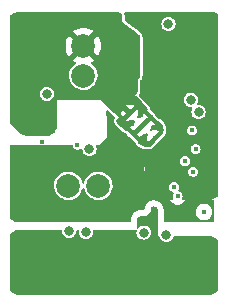
<source format=gbr>
%TF.GenerationSoftware,KiCad,Pcbnew,(6.0.5)*%
%TF.CreationDate,2023-11-29T10:11:24+07:00*%
%TF.ProjectId,lidar,6c696461-722e-46b6-9963-61645f706362,rev?*%
%TF.SameCoordinates,Original*%
%TF.FileFunction,Copper,L2,Inr*%
%TF.FilePolarity,Positive*%
%FSLAX46Y46*%
G04 Gerber Fmt 4.6, Leading zero omitted, Abs format (unit mm)*
G04 Created by KiCad (PCBNEW (6.0.5)) date 2023-11-29 10:11:24*
%MOMM*%
%LPD*%
G01*
G04 APERTURE LIST*
%TA.AperFunction,ComponentPad*%
%ADD10C,0.400000*%
%TD*%
%TA.AperFunction,ComponentPad*%
%ADD11C,2.000000*%
%TD*%
%TA.AperFunction,ViaPad*%
%ADD12C,0.400000*%
%TD*%
%TA.AperFunction,ViaPad*%
%ADD13C,0.800000*%
%TD*%
G04 APERTURE END LIST*
D10*
%TO.N,GND1*%
%TO.C,U1*%
X137275216Y-83724784D03*
X138000000Y-83000000D03*
X138724784Y-82275216D03*
X136921662Y-81921662D03*
X139078338Y-84078338D03*
%TD*%
D11*
%TO.N,GND1*%
%TO.C,D2*%
X133000000Y-76230000D03*
%TO.N,Net-(D2-Pad2)*%
X133000000Y-78770000D03*
%TD*%
%TO.N,/VDD_LED*%
%TO.C,D1*%
X131730000Y-88100000D03*
%TO.N,Net-(D1-PadC)*%
X134270000Y-88100000D03*
%TD*%
D12*
%TO.N,GND1*%
X139000000Y-83100000D03*
X137000000Y-82700000D03*
X137921662Y-84078338D03*
X137856274Y-81891352D03*
%TO.N,GND3*%
X143200000Y-90300000D03*
D13*
X140200000Y-74400000D03*
X140100000Y-93700000D03*
D12*
%TO.N,GND*%
X130600000Y-90900000D03*
D13*
X140200000Y-75600000D03*
D12*
X129400000Y-90400000D03*
X129500000Y-84400000D03*
D13*
X141000000Y-77500000D03*
D12*
X129400000Y-85700000D03*
X139800000Y-89000000D03*
X132600000Y-85700000D03*
D13*
%TO.N,/VDD_LED*%
X140026944Y-92226944D03*
X131800000Y-91900000D03*
D12*
%TO.N,GND2*%
X140979122Y-88979122D03*
D13*
X133513000Y-84979000D03*
%TO.N,/IOVDD_DUT*%
X142750000Y-81850000D03*
D12*
X140674500Y-88200000D03*
%TO.N,/SCL_S*%
X142500000Y-85000000D03*
%TO.N,/SDA_S*%
X132500000Y-84600000D03*
X142200000Y-83400000D03*
D13*
%TO.N,/GP1*%
X138100000Y-92050500D03*
D12*
X142300000Y-86900000D03*
%TO.N,/GP2*%
X141600000Y-86000000D03*
D13*
X133200000Y-92000000D03*
%TO.N,/VSYNC_RST*%
X142100000Y-80800000D03*
X129900000Y-80300000D03*
%TD*%
%TA.AperFunction,Conductor*%
%TO.N,GND*%
G36*
X136150000Y-83450000D02*
G01*
X138150000Y-85450000D01*
X138200000Y-88200000D01*
X138200000Y-88700000D01*
X137900000Y-88900000D01*
X137900000Y-89200000D01*
X137600000Y-89200000D01*
X137000000Y-89600000D01*
X137000000Y-91000000D01*
X136500000Y-91200000D01*
X127604861Y-91200000D01*
X127595157Y-91199523D01*
X127414612Y-91181741D01*
X127395582Y-91177955D01*
X127307828Y-91151336D01*
X127226647Y-91126710D01*
X127208717Y-91119283D01*
X127053031Y-91036067D01*
X127036894Y-91025285D01*
X126981837Y-90980102D01*
X126900427Y-90913290D01*
X126886710Y-90899573D01*
X126822972Y-90821908D01*
X126800500Y-90759103D01*
X126800500Y-88068440D01*
X130524770Y-88068440D01*
X130539200Y-88288604D01*
X130540316Y-88292997D01*
X130540316Y-88292999D01*
X130563873Y-88385754D01*
X130593511Y-88502452D01*
X130685883Y-88702821D01*
X130813222Y-88883002D01*
X130971264Y-89036961D01*
X131154717Y-89159540D01*
X131357436Y-89246635D01*
X131435165Y-89264223D01*
X131568206Y-89294328D01*
X131568211Y-89294329D01*
X131572632Y-89295329D01*
X131682865Y-89299660D01*
X131788565Y-89303813D01*
X131788566Y-89303813D01*
X131793098Y-89303991D01*
X132011452Y-89272331D01*
X132015751Y-89270872D01*
X132015754Y-89270871D01*
X132216078Y-89202870D01*
X132220379Y-89201410D01*
X132291944Y-89161332D01*
X132408925Y-89095819D01*
X132412884Y-89093602D01*
X132582518Y-88952518D01*
X132723602Y-88782884D01*
X132831410Y-88590379D01*
X132902331Y-88381452D01*
X132903763Y-88371575D01*
X132930826Y-88316700D01*
X132984976Y-88288213D01*
X133045528Y-88296995D01*
X133089353Y-88339691D01*
X133097691Y-88361414D01*
X133133511Y-88502452D01*
X133225883Y-88702821D01*
X133353222Y-88883002D01*
X133511264Y-89036961D01*
X133694717Y-89159540D01*
X133897436Y-89246635D01*
X133975165Y-89264223D01*
X134108206Y-89294328D01*
X134108211Y-89294329D01*
X134112632Y-89295329D01*
X134222865Y-89299660D01*
X134328565Y-89303813D01*
X134328566Y-89303813D01*
X134333098Y-89303991D01*
X134551452Y-89272331D01*
X134555751Y-89270872D01*
X134555754Y-89270871D01*
X134756078Y-89202870D01*
X134760379Y-89201410D01*
X134831944Y-89161332D01*
X134948925Y-89095819D01*
X134952884Y-89093602D01*
X135122518Y-88952518D01*
X135263602Y-88782884D01*
X135371410Y-88590379D01*
X135442331Y-88381452D01*
X135455156Y-88292999D01*
X135473571Y-88165997D01*
X135473571Y-88165991D01*
X135473991Y-88163098D01*
X135475643Y-88100000D01*
X135455454Y-87880289D01*
X135395565Y-87667936D01*
X135393557Y-87663864D01*
X135393555Y-87663859D01*
X135299988Y-87474125D01*
X135297980Y-87470053D01*
X135165967Y-87293267D01*
X135003949Y-87143499D01*
X134817350Y-87025764D01*
X134612421Y-86944006D01*
X134396024Y-86900962D01*
X134287347Y-86899539D01*
X134179946Y-86898133D01*
X134179941Y-86898133D01*
X134175406Y-86898074D01*
X134170933Y-86898843D01*
X134170928Y-86898843D01*
X133962435Y-86934668D01*
X133962429Y-86934670D01*
X133957957Y-86935438D01*
X133930176Y-86945687D01*
X133755220Y-87010231D01*
X133755217Y-87010232D01*
X133750957Y-87011804D01*
X133747054Y-87014126D01*
X133747052Y-87014127D01*
X133727492Y-87025764D01*
X133561341Y-87124614D01*
X133557926Y-87127609D01*
X133557923Y-87127611D01*
X133450036Y-87222225D01*
X133395457Y-87270090D01*
X133258863Y-87443360D01*
X133156131Y-87638620D01*
X133154787Y-87642949D01*
X133154786Y-87642952D01*
X133093402Y-87840641D01*
X133058089Y-87890608D01*
X133000151Y-87910276D01*
X132941718Y-87892132D01*
X132903572Y-87838157D01*
X132856798Y-87672308D01*
X132855565Y-87667936D01*
X132853557Y-87663864D01*
X132853555Y-87663859D01*
X132759988Y-87474125D01*
X132757980Y-87470053D01*
X132625967Y-87293267D01*
X132463949Y-87143499D01*
X132277350Y-87025764D01*
X132072421Y-86944006D01*
X131856024Y-86900962D01*
X131747347Y-86899539D01*
X131639946Y-86898133D01*
X131639941Y-86898133D01*
X131635406Y-86898074D01*
X131630933Y-86898843D01*
X131630928Y-86898843D01*
X131422435Y-86934668D01*
X131422429Y-86934670D01*
X131417957Y-86935438D01*
X131390176Y-86945687D01*
X131215220Y-87010231D01*
X131215217Y-87010232D01*
X131210957Y-87011804D01*
X131207054Y-87014126D01*
X131207052Y-87014127D01*
X131187492Y-87025764D01*
X131021341Y-87124614D01*
X131017926Y-87127609D01*
X131017923Y-87127611D01*
X130910036Y-87222225D01*
X130855457Y-87270090D01*
X130718863Y-87443360D01*
X130616131Y-87638620D01*
X130550703Y-87849333D01*
X130550169Y-87853843D01*
X130550169Y-87853844D01*
X130547039Y-87880289D01*
X130524770Y-88068440D01*
X126800500Y-88068440D01*
X126800500Y-84709278D01*
X126819407Y-84651087D01*
X126868907Y-84615123D01*
X126880184Y-84612181D01*
X126902447Y-84607752D01*
X126931860Y-84601902D01*
X126951173Y-84600000D01*
X131989704Y-84600000D01*
X132047895Y-84618907D01*
X132083859Y-84668407D01*
X132087485Y-84683513D01*
X132091566Y-84709278D01*
X132095095Y-84731562D01*
X132098631Y-84738501D01*
X132098631Y-84738502D01*
X132141297Y-84822238D01*
X132155567Y-84850245D01*
X132249755Y-84944433D01*
X132256692Y-84947968D01*
X132256694Y-84947969D01*
X132330224Y-84985434D01*
X132368438Y-85004905D01*
X132376131Y-85006124D01*
X132376133Y-85006124D01*
X132492303Y-85024523D01*
X132500000Y-85025742D01*
X132507697Y-85024523D01*
X132623867Y-85006124D01*
X132623869Y-85006124D01*
X132631562Y-85004905D01*
X132669776Y-84985434D01*
X132743302Y-84947971D01*
X132743305Y-84947969D01*
X132750245Y-84944433D01*
X132755096Y-84939582D01*
X132812838Y-84920821D01*
X132871029Y-84939728D01*
X132906993Y-84989228D01*
X132910991Y-85006899D01*
X132927956Y-85135762D01*
X132988464Y-85281841D01*
X133084718Y-85407282D01*
X133210159Y-85503536D01*
X133356238Y-85564044D01*
X133513000Y-85584682D01*
X133669762Y-85564044D01*
X133815841Y-85503536D01*
X133941282Y-85407282D01*
X134037536Y-85281841D01*
X134098044Y-85135762D01*
X134115737Y-85001369D01*
X134117835Y-84985434D01*
X134118682Y-84979000D01*
X134098044Y-84822238D01*
X134095559Y-84816238D01*
X134056772Y-84722597D01*
X134051971Y-84661601D01*
X134083941Y-84609432D01*
X134106094Y-84600000D01*
X134400000Y-84600000D01*
X135600000Y-83400000D01*
X136150000Y-83450000D01*
G37*
%TD.AperFunction*%
%TD*%
%TA.AperFunction,Conductor*%
%TO.N,GND1*%
G36*
X135910854Y-73401719D02*
G01*
X136008119Y-73417124D01*
X136037577Y-73426696D01*
X136121142Y-73469275D01*
X136146201Y-73487480D01*
X136212520Y-73553799D01*
X136230725Y-73578858D01*
X136273304Y-73662423D01*
X136282876Y-73691881D01*
X136299661Y-73797857D01*
X136300000Y-73800353D01*
X136300000Y-74200000D01*
X136614524Y-74447126D01*
X136614527Y-74447129D01*
X137164302Y-74879094D01*
X137651861Y-75262177D01*
X137654118Y-75264005D01*
X137696570Y-75299461D01*
X137700960Y-75303357D01*
X137728892Y-75329669D01*
X137741005Y-75341079D01*
X137755437Y-75358138D01*
X137776064Y-75389008D01*
X137790847Y-75424696D01*
X137798098Y-75461150D01*
X137800000Y-75480464D01*
X137800000Y-78748827D01*
X137798098Y-78768140D01*
X137777853Y-78869921D01*
X137763071Y-78905608D01*
X137700000Y-79000000D01*
X137600000Y-79100000D01*
X137600000Y-80048827D01*
X137598098Y-80068140D01*
X137577853Y-80169921D01*
X137563071Y-80205608D01*
X137500000Y-80300000D01*
X137400000Y-80400000D01*
X137496493Y-80503386D01*
X137496494Y-80503387D01*
X137500821Y-80508023D01*
X138420808Y-81493723D01*
X138446691Y-81549165D01*
X138435042Y-81609231D01*
X138409620Y-81633921D01*
X138410767Y-81635056D01*
X138391658Y-81654366D01*
X138396798Y-81664388D01*
X138724784Y-81992373D01*
X139339093Y-82606683D01*
X139350979Y-82612739D01*
X139354473Y-82612186D01*
X139414905Y-82621758D01*
X139439963Y-82639963D01*
X139496565Y-82696565D01*
X139503089Y-82703764D01*
X139616928Y-82842478D01*
X139627710Y-82858615D01*
X139709997Y-83012563D01*
X139717424Y-83030491D01*
X139768099Y-83197544D01*
X139771884Y-83216575D01*
X139788993Y-83390297D01*
X139788993Y-83409703D01*
X139771884Y-83583425D01*
X139768098Y-83602458D01*
X139743006Y-83685175D01*
X139738692Y-83683866D01*
X139729493Y-83714157D01*
X139698908Y-83742606D01*
X139693981Y-83745537D01*
X139078338Y-84361181D01*
X138750578Y-84688940D01*
X138745765Y-84698387D01*
X138702501Y-84741653D01*
X138686850Y-84748010D01*
X138598011Y-84775532D01*
X138579232Y-84779406D01*
X138405792Y-84797935D01*
X138386625Y-84798116D01*
X138289064Y-84789551D01*
X138212867Y-84782862D01*
X138194018Y-84779343D01*
X138026464Y-84730880D01*
X138008647Y-84723793D01*
X137853581Y-84643940D01*
X137837466Y-84633554D01*
X137696899Y-84522295D01*
X137689684Y-84515991D01*
X137633856Y-84462231D01*
X137605055Y-84408248D01*
X137604828Y-84374921D01*
X137609290Y-84347672D01*
X137603168Y-84335578D01*
X136993170Y-83725581D01*
X137563091Y-83725581D01*
X137563888Y-83730613D01*
X137889524Y-84056250D01*
X137899676Y-84061423D01*
X137905220Y-84055879D01*
X137961888Y-83914911D01*
X137964955Y-83903464D01*
X137980571Y-83793744D01*
X138007489Y-83738798D01*
X138061562Y-83710168D01*
X138068230Y-83709237D01*
X138080367Y-83707961D01*
X138235769Y-83672369D01*
X138246919Y-83668355D01*
X138304258Y-83639516D01*
X138364739Y-83630261D01*
X138419110Y-83658324D01*
X138446602Y-83712985D01*
X138440978Y-83763922D01*
X138389712Y-83895411D01*
X138386765Y-83906888D01*
X138365957Y-84064949D01*
X138365832Y-84076807D01*
X138383327Y-84235264D01*
X138386034Y-84246805D01*
X138440821Y-84396519D01*
X138445911Y-84406510D01*
X138456213Y-84414588D01*
X138456327Y-84414592D01*
X138463398Y-84410436D01*
X139078338Y-83795495D01*
X139406137Y-83467697D01*
X139411435Y-83457299D01*
X139403718Y-83449460D01*
X139339200Y-83415301D01*
X139328136Y-83411054D01*
X139173516Y-83372216D01*
X139161759Y-83370731D01*
X139002331Y-83369896D01*
X138990563Y-83371258D01*
X138835538Y-83408475D01*
X138824431Y-83412606D01*
X138774308Y-83438476D01*
X138713927Y-83448364D01*
X138659266Y-83420872D01*
X138631203Y-83366502D01*
X138637046Y-83313577D01*
X138686672Y-83190127D01*
X138689739Y-83178680D01*
X138705355Y-83068960D01*
X138732273Y-83014014D01*
X138786346Y-82985384D01*
X138793014Y-82984453D01*
X138805151Y-82983177D01*
X138960553Y-82947585D01*
X138971703Y-82943571D01*
X139049910Y-82904237D01*
X139057940Y-82896290D01*
X139052738Y-82886013D01*
X138735870Y-82569145D01*
X138723987Y-82563091D01*
X138718955Y-82563887D01*
X138337289Y-82945553D01*
X138000000Y-83282843D01*
X137612505Y-83670337D01*
X137569146Y-83713696D01*
X137563091Y-83725581D01*
X136993170Y-83725581D01*
X136992373Y-83724784D01*
X136661339Y-83393749D01*
X136649456Y-83387695D01*
X136648788Y-83387800D01*
X136648406Y-83388132D01*
X136592064Y-83411990D01*
X136532459Y-83398174D01*
X136514854Y-83384674D01*
X136214132Y-83095090D01*
X135859910Y-82753987D01*
X135847186Y-82739031D01*
X135832042Y-82717157D01*
X135817368Y-82695962D01*
X135801902Y-82660067D01*
X135793158Y-82618665D01*
X135792789Y-82579582D01*
X135799830Y-82542827D01*
X136588521Y-82542827D01*
X136596011Y-82550516D01*
X136653870Y-82581931D01*
X136664889Y-82586293D01*
X136819101Y-82626750D01*
X136830834Y-82628357D01*
X136990248Y-82630861D01*
X137002028Y-82629623D01*
X137157431Y-82594031D01*
X137168581Y-82590017D01*
X137225920Y-82561178D01*
X137286401Y-82551923D01*
X137340772Y-82579986D01*
X137368264Y-82634647D01*
X137362640Y-82685584D01*
X137311374Y-82817073D01*
X137308427Y-82828550D01*
X137295038Y-82930250D01*
X137268697Y-82985475D01*
X137214926Y-83014670D01*
X137205127Y-83015545D01*
X137205140Y-83015656D01*
X137187441Y-83017704D01*
X137032416Y-83054921D01*
X137021312Y-83059050D01*
X136950169Y-83095771D01*
X136942090Y-83103934D01*
X136947230Y-83113956D01*
X137264128Y-83430853D01*
X137276014Y-83436909D01*
X137281045Y-83436113D01*
X137662711Y-83054447D01*
X138000000Y-82717157D01*
X138387495Y-82329663D01*
X138430854Y-82286304D01*
X138436909Y-82274419D01*
X138436112Y-82269387D01*
X138110910Y-81944184D01*
X138099023Y-81938127D01*
X138098355Y-81938233D01*
X138095879Y-81940381D01*
X138094068Y-81943758D01*
X138036158Y-82092289D01*
X138033211Y-82103766D01*
X138019822Y-82205466D01*
X137993481Y-82260691D01*
X137939710Y-82289886D01*
X137929911Y-82290761D01*
X137929924Y-82290872D01*
X137912225Y-82292920D01*
X137757200Y-82330137D01*
X137746093Y-82334268D01*
X137695970Y-82360138D01*
X137635589Y-82370026D01*
X137580928Y-82342534D01*
X137552865Y-82288164D01*
X137558708Y-82235239D01*
X137608334Y-82111789D01*
X137611401Y-82100342D01*
X137634248Y-81939816D01*
X137634740Y-81933353D01*
X137634828Y-81924894D01*
X137634473Y-81918450D01*
X137614992Y-81757462D01*
X137612166Y-81745959D01*
X137555812Y-81596822D01*
X137553092Y-81591620D01*
X137544352Y-81584914D01*
X137543957Y-81584904D01*
X137537304Y-81588862D01*
X137204505Y-81921662D01*
X136921662Y-82204505D01*
X136593903Y-82532263D01*
X136588521Y-82542827D01*
X135799830Y-82542827D01*
X135800750Y-82538023D01*
X135815537Y-82501841D01*
X135850000Y-82450000D01*
X136000000Y-82300000D01*
X135620131Y-81920131D01*
X136209156Y-81920131D01*
X136226651Y-82078588D01*
X136229358Y-82090129D01*
X136284145Y-82239843D01*
X136289235Y-82249834D01*
X136299537Y-82257912D01*
X136299651Y-82257916D01*
X136306723Y-82253759D01*
X136627731Y-81932750D01*
X136633787Y-81920864D01*
X136632991Y-81915833D01*
X136307788Y-81590630D01*
X136295901Y-81584573D01*
X136295233Y-81584679D01*
X136292757Y-81586827D01*
X136290946Y-81590204D01*
X136233036Y-81738735D01*
X136230089Y-81750212D01*
X136209281Y-81908273D01*
X136209156Y-81920131D01*
X135620131Y-81920131D01*
X135000812Y-81300812D01*
X136588536Y-81300812D01*
X136593676Y-81310834D01*
X136910574Y-81627731D01*
X136922460Y-81633787D01*
X136927491Y-81632991D01*
X137249458Y-81311024D01*
X137254758Y-81300623D01*
X137247042Y-81292784D01*
X137182524Y-81258625D01*
X137171460Y-81254378D01*
X137016840Y-81215540D01*
X137005083Y-81214055D01*
X136845655Y-81213220D01*
X136833887Y-81214582D01*
X136678862Y-81251799D01*
X136667758Y-81255928D01*
X136596615Y-81292649D01*
X136588536Y-81300812D01*
X135000812Y-81300812D01*
X134500000Y-80800000D01*
X130800000Y-80800000D01*
X130800000Y-82895139D01*
X130799523Y-82904843D01*
X130784742Y-83054921D01*
X130781741Y-83085386D01*
X130777955Y-83104420D01*
X130726710Y-83273353D01*
X130719283Y-83291283D01*
X130636067Y-83446969D01*
X130625285Y-83463106D01*
X130580102Y-83518163D01*
X130513290Y-83599573D01*
X130499573Y-83613290D01*
X130444699Y-83658324D01*
X130363106Y-83725285D01*
X130346969Y-83736067D01*
X130191283Y-83819283D01*
X130173353Y-83826710D01*
X130088886Y-83852333D01*
X130004418Y-83877955D01*
X129985388Y-83881741D01*
X129805005Y-83899507D01*
X129804843Y-83899523D01*
X129795139Y-83900000D01*
X128327217Y-83900000D01*
X128317344Y-83899507D01*
X128133683Y-83881100D01*
X128114331Y-83877181D01*
X127942737Y-83824164D01*
X127924548Y-83816483D01*
X127766892Y-83730470D01*
X127750589Y-83719333D01*
X127609319Y-83600535D01*
X127602097Y-83593819D01*
X127601427Y-83593130D01*
X127116852Y-83095090D01*
X126886597Y-82858436D01*
X126880296Y-82851303D01*
X126822223Y-82778785D01*
X126800500Y-82716905D01*
X126800500Y-80300000D01*
X129294318Y-80300000D01*
X129314956Y-80456762D01*
X129375464Y-80602841D01*
X129471718Y-80728282D01*
X129597159Y-80824536D01*
X129743238Y-80885044D01*
X129900000Y-80905682D01*
X130056762Y-80885044D01*
X130202841Y-80824536D01*
X130328282Y-80728282D01*
X130424536Y-80602841D01*
X130485044Y-80456762D01*
X130505682Y-80300000D01*
X130485044Y-80143238D01*
X130424536Y-79997159D01*
X130328282Y-79871718D01*
X130202841Y-79775464D01*
X130056762Y-79714956D01*
X129900000Y-79694318D01*
X129743238Y-79714956D01*
X129597159Y-79775464D01*
X129471718Y-79871718D01*
X129375464Y-79997159D01*
X129314956Y-80143238D01*
X129294318Y-80300000D01*
X126800500Y-80300000D01*
X126800500Y-78738440D01*
X131794770Y-78738440D01*
X131800428Y-78824760D01*
X131805727Y-78905608D01*
X131809200Y-78958604D01*
X131810316Y-78962997D01*
X131810316Y-78962999D01*
X131833873Y-79055754D01*
X131863511Y-79172452D01*
X131955883Y-79372821D01*
X132083222Y-79553002D01*
X132241264Y-79706961D01*
X132424717Y-79829540D01*
X132627436Y-79916635D01*
X132705165Y-79934223D01*
X132838206Y-79964328D01*
X132838211Y-79964329D01*
X132842632Y-79965329D01*
X132952865Y-79969660D01*
X133058565Y-79973813D01*
X133058566Y-79973813D01*
X133063098Y-79973991D01*
X133281452Y-79942331D01*
X133285751Y-79940872D01*
X133285754Y-79940871D01*
X133486078Y-79872870D01*
X133490379Y-79871410D01*
X133496890Y-79867764D01*
X133661703Y-79775464D01*
X133682884Y-79763602D01*
X133852518Y-79622518D01*
X133993602Y-79452884D01*
X134101410Y-79260379D01*
X134172331Y-79051452D01*
X134185156Y-78962999D01*
X134203571Y-78835997D01*
X134203571Y-78835991D01*
X134203991Y-78833098D01*
X134205643Y-78770000D01*
X134203698Y-78748827D01*
X134185869Y-78554809D01*
X134185454Y-78550289D01*
X134125565Y-78337936D01*
X134123557Y-78333864D01*
X134123555Y-78333859D01*
X134029988Y-78144125D01*
X134027980Y-78140053D01*
X133895967Y-77963267D01*
X133867658Y-77937098D01*
X133737279Y-77816577D01*
X133737278Y-77816576D01*
X133733949Y-77813499D01*
X133651415Y-77761424D01*
X133612291Y-77714382D01*
X133608289Y-77653328D01*
X133640938Y-77601582D01*
X133666359Y-77586232D01*
X133683142Y-77579281D01*
X133690056Y-77575758D01*
X133860523Y-77471294D01*
X133868796Y-77461608D01*
X133864212Y-77453422D01*
X133011086Y-76600296D01*
X132999203Y-76594242D01*
X132994172Y-76595038D01*
X132137194Y-77452016D01*
X132131412Y-77463365D01*
X132137783Y-77470256D01*
X132309950Y-77575762D01*
X132316859Y-77579282D01*
X132332746Y-77585863D01*
X132379271Y-77625601D01*
X132393553Y-77685096D01*
X132370137Y-77741623D01*
X132345476Y-77762407D01*
X132291341Y-77794614D01*
X132287926Y-77797609D01*
X132287923Y-77797611D01*
X132180036Y-77892225D01*
X132125457Y-77940090D01*
X132122649Y-77943652D01*
X131994916Y-78105682D01*
X131988863Y-78113360D01*
X131886131Y-78308620D01*
X131820703Y-78519333D01*
X131820169Y-78523843D01*
X131820169Y-78523844D01*
X131817039Y-78550289D01*
X131794770Y-78738440D01*
X126800500Y-78738440D01*
X126800500Y-76233875D01*
X131487642Y-76233875D01*
X131505655Y-76462763D01*
X131506866Y-76470406D01*
X131560465Y-76693662D01*
X131562859Y-76701030D01*
X131650719Y-76913144D01*
X131654238Y-76920050D01*
X131758706Y-77090523D01*
X131768392Y-77098796D01*
X131776578Y-77094212D01*
X132629704Y-76241086D01*
X132634946Y-76230797D01*
X133364242Y-76230797D01*
X133365038Y-76235828D01*
X134222016Y-77092806D01*
X134233365Y-77098588D01*
X134240256Y-77092217D01*
X134345762Y-76920050D01*
X134349281Y-76913144D01*
X134437141Y-76701030D01*
X134439535Y-76693662D01*
X134493134Y-76470406D01*
X134494345Y-76462763D01*
X134512358Y-76233875D01*
X134512358Y-76226125D01*
X134494345Y-75997237D01*
X134493134Y-75989594D01*
X134439535Y-75766338D01*
X134437141Y-75758970D01*
X134349281Y-75546856D01*
X134345762Y-75539950D01*
X134241294Y-75369477D01*
X134231608Y-75361204D01*
X134223422Y-75365788D01*
X133370296Y-76218914D01*
X133364242Y-76230797D01*
X132634946Y-76230797D01*
X132635758Y-76229203D01*
X132634962Y-76224172D01*
X131777984Y-75367194D01*
X131766635Y-75361412D01*
X131759744Y-75367783D01*
X131654238Y-75539950D01*
X131650719Y-75546856D01*
X131562859Y-75758970D01*
X131560465Y-75766338D01*
X131506866Y-75989594D01*
X131505655Y-75997237D01*
X131487642Y-76226125D01*
X131487642Y-76233875D01*
X126800500Y-76233875D01*
X126800500Y-74998392D01*
X132131204Y-74998392D01*
X132135788Y-75006578D01*
X132988914Y-75859704D01*
X133000797Y-75865758D01*
X133005828Y-75864962D01*
X133862806Y-75007984D01*
X133868588Y-74996635D01*
X133862217Y-74989744D01*
X133690050Y-74884238D01*
X133683144Y-74880719D01*
X133471030Y-74792859D01*
X133463662Y-74790465D01*
X133240406Y-74736866D01*
X133232763Y-74735655D01*
X133003875Y-74717642D01*
X132996125Y-74717642D01*
X132767237Y-74735655D01*
X132759594Y-74736866D01*
X132536338Y-74790465D01*
X132528970Y-74792859D01*
X132316856Y-74880719D01*
X132309950Y-74884238D01*
X132139477Y-74988706D01*
X132131204Y-74998392D01*
X126800500Y-74998392D01*
X126800500Y-73696916D01*
X126819407Y-73638725D01*
X126828547Y-73627875D01*
X126842198Y-73613846D01*
X126859395Y-73599753D01*
X127014094Y-73499721D01*
X127034423Y-73489669D01*
X127207622Y-73427544D01*
X127229705Y-73422383D01*
X127413838Y-73401152D01*
X127425178Y-73400500D01*
X135895367Y-73400500D01*
X135910854Y-73401719D01*
G37*
%TD.AperFunction*%
%TD*%
%TA.AperFunction,Conductor*%
%TO.N,GND3*%
G36*
X139009561Y-89837413D02*
G01*
X139050658Y-89845587D01*
X139095492Y-89854505D01*
X139131178Y-89869287D01*
X139151927Y-89883151D01*
X139195759Y-89912439D01*
X139223072Y-89939752D01*
X139248821Y-89978287D01*
X139266223Y-90004331D01*
X139281006Y-90040020D01*
X139298098Y-90125950D01*
X139300000Y-90145263D01*
X139300000Y-92335511D01*
X139435555Y-92335511D01*
X139441900Y-92383706D01*
X139502408Y-92529785D01*
X139598662Y-92655226D01*
X139724103Y-92751480D01*
X139870182Y-92811988D01*
X140026944Y-92832626D01*
X140183706Y-92811988D01*
X140329785Y-92751480D01*
X140455226Y-92655226D01*
X140551480Y-92529785D01*
X140595076Y-92424536D01*
X140606637Y-92396625D01*
X140646374Y-92350100D01*
X140698101Y-92335511D01*
X143595139Y-92335511D01*
X143604843Y-92335988D01*
X143785388Y-92353770D01*
X143804418Y-92357556D01*
X143869409Y-92377270D01*
X143973353Y-92408801D01*
X143991283Y-92416228D01*
X144146969Y-92499444D01*
X144163106Y-92510226D01*
X144299573Y-92622221D01*
X144313290Y-92635938D01*
X144377028Y-92713603D01*
X144399500Y-92776408D01*
X144399500Y-96894614D01*
X144377028Y-96957419D01*
X144313290Y-97035084D01*
X144299573Y-97048801D01*
X144218163Y-97115613D01*
X144163106Y-97160796D01*
X144146969Y-97171578D01*
X143991283Y-97254794D01*
X143973353Y-97262221D01*
X143888886Y-97287844D01*
X143804418Y-97313466D01*
X143785388Y-97317252D01*
X143604843Y-97335034D01*
X143595139Y-97335511D01*
X127604861Y-97335511D01*
X127595157Y-97335034D01*
X127414612Y-97317252D01*
X127395582Y-97313466D01*
X127311114Y-97287844D01*
X127226647Y-97262221D01*
X127208717Y-97254794D01*
X127053031Y-97171578D01*
X127036894Y-97160796D01*
X126981837Y-97115613D01*
X126900427Y-97048801D01*
X126886710Y-97035084D01*
X126822972Y-96957419D01*
X126800500Y-96894614D01*
X126800500Y-92240897D01*
X126822972Y-92178092D01*
X126886710Y-92100427D01*
X126900427Y-92086710D01*
X126998244Y-92006434D01*
X127036894Y-91974715D01*
X127053031Y-91963933D01*
X127208717Y-91880717D01*
X127226647Y-91873290D01*
X127333723Y-91840809D01*
X127395582Y-91822045D01*
X127414612Y-91818259D01*
X127595157Y-91800477D01*
X127604861Y-91800000D01*
X131096165Y-91800000D01*
X131154356Y-91818907D01*
X131190320Y-91868407D01*
X131194774Y-91896533D01*
X131194318Y-91900000D01*
X131214956Y-92056762D01*
X131275464Y-92202841D01*
X131371718Y-92328282D01*
X131497159Y-92424536D01*
X131643238Y-92485044D01*
X131800000Y-92505682D01*
X131956762Y-92485044D01*
X132102841Y-92424536D01*
X132228282Y-92328282D01*
X132324536Y-92202841D01*
X132385044Y-92056762D01*
X132405682Y-91900000D01*
X132405344Y-91897433D01*
X132423742Y-91840809D01*
X132473242Y-91804845D01*
X132503835Y-91800000D01*
X132507761Y-91800000D01*
X132565952Y-91818907D01*
X132601916Y-91868407D01*
X132605914Y-91911920D01*
X132594318Y-92000000D01*
X132614956Y-92156762D01*
X132675464Y-92302841D01*
X132771718Y-92428282D01*
X132897159Y-92524536D01*
X133043238Y-92585044D01*
X133200000Y-92605682D01*
X133356762Y-92585044D01*
X133502841Y-92524536D01*
X133628282Y-92428282D01*
X133724536Y-92302841D01*
X133785044Y-92156762D01*
X133799034Y-92050500D01*
X137494318Y-92050500D01*
X137514956Y-92207262D01*
X137575464Y-92353341D01*
X137671718Y-92478782D01*
X137797159Y-92575036D01*
X137943238Y-92635544D01*
X138100000Y-92656182D01*
X138256762Y-92635544D01*
X138402841Y-92575036D01*
X138528282Y-92478782D01*
X138624536Y-92353341D01*
X138685044Y-92207262D01*
X138705682Y-92050500D01*
X138685044Y-91893738D01*
X138624536Y-91747659D01*
X138528282Y-91622218D01*
X138402841Y-91525964D01*
X138256762Y-91465456D01*
X138100000Y-91444818D01*
X137943238Y-91465456D01*
X137797159Y-91525964D01*
X137671718Y-91622218D01*
X137575464Y-91747659D01*
X137514956Y-91893738D01*
X137494318Y-92050500D01*
X133799034Y-92050500D01*
X133805682Y-92000000D01*
X133794086Y-91911921D01*
X133805236Y-91851762D01*
X133849618Y-91809644D01*
X133892239Y-91800000D01*
X137500000Y-91800000D01*
X137504245Y-91046137D01*
X137505528Y-91030794D01*
X137521832Y-90930637D01*
X137531408Y-90901458D01*
X137574064Y-90818076D01*
X137592117Y-90793242D01*
X137658274Y-90726944D01*
X137683074Y-90708835D01*
X137766359Y-90666005D01*
X137795521Y-90656365D01*
X137895642Y-90639848D01*
X137910987Y-90638531D01*
X137979361Y-90638000D01*
X138300000Y-90635511D01*
X138700000Y-90235511D01*
X138700000Y-90036161D01*
X138700631Y-90032337D01*
X138711382Y-89978287D01*
X138726164Y-89942601D01*
X138747640Y-89910461D01*
X138774950Y-89883151D01*
X138807090Y-89861675D01*
X138842776Y-89846893D01*
X138868022Y-89841872D01*
X138890439Y-89837413D01*
X138909752Y-89835511D01*
X138990248Y-89835511D01*
X139009561Y-89837413D01*
G37*
%TD.AperFunction*%
%TD*%
%TA.AperFunction,Conductor*%
%TO.N,GND*%
G36*
X140353713Y-89304427D02*
G01*
X140353714Y-89304428D01*
X140390195Y-89358717D01*
X140444952Y-89440205D01*
X140570355Y-89554313D01*
X140719357Y-89635214D01*
X140754311Y-89644384D01*
X140877586Y-89676725D01*
X140877590Y-89676726D01*
X140883355Y-89678238D01*
X140889316Y-89678332D01*
X140889319Y-89678332D01*
X140968118Y-89679569D01*
X141052882Y-89680901D01*
X141058697Y-89679569D01*
X141058699Y-89679569D01*
X141212328Y-89644384D01*
X141212331Y-89644383D01*
X141218151Y-89643050D01*
X141233732Y-89635214D01*
X141364287Y-89569551D01*
X141369620Y-89566869D01*
X141374157Y-89562994D01*
X141374160Y-89562992D01*
X141494010Y-89460630D01*
X141494013Y-89460627D01*
X141498545Y-89456756D01*
X141542344Y-89395803D01*
X141593999Y-89323918D01*
X141594000Y-89323916D01*
X141597483Y-89319069D01*
X141605149Y-89300000D01*
X144099500Y-89300000D01*
X144099500Y-90259779D01*
X144085942Y-90301508D01*
X144087993Y-90303496D01*
X144099500Y-90349821D01*
X144099500Y-91002102D01*
X144080593Y-91060293D01*
X144047168Y-91089412D01*
X143991283Y-91119283D01*
X143973353Y-91126710D01*
X143957256Y-91131593D01*
X143804418Y-91177955D01*
X143785388Y-91181741D01*
X143604843Y-91199523D01*
X143595139Y-91200000D01*
X139904500Y-91200000D01*
X139846309Y-91181093D01*
X139810345Y-91131593D01*
X139805500Y-91101000D01*
X139805500Y-90292611D01*
X142494394Y-90292611D01*
X142495049Y-90298544D01*
X142495049Y-90298548D01*
X142503076Y-90371253D01*
X142512999Y-90461135D01*
X142571266Y-90620356D01*
X142574591Y-90625305D01*
X142574592Y-90625306D01*
X142587689Y-90644796D01*
X142665830Y-90761083D01*
X142791233Y-90875191D01*
X142940235Y-90956092D01*
X142975189Y-90965262D01*
X143098464Y-90997603D01*
X143098468Y-90997604D01*
X143104233Y-90999116D01*
X143110194Y-90999210D01*
X143110197Y-90999210D01*
X143188996Y-91000447D01*
X143273760Y-91001779D01*
X143279575Y-91000447D01*
X143279577Y-91000447D01*
X143433206Y-90965262D01*
X143433209Y-90965261D01*
X143439029Y-90963928D01*
X143454610Y-90956092D01*
X143585165Y-90890429D01*
X143590498Y-90887747D01*
X143595035Y-90883872D01*
X143595038Y-90883870D01*
X143714888Y-90781508D01*
X143714891Y-90781505D01*
X143719423Y-90777634D01*
X143795879Y-90671234D01*
X143814877Y-90644796D01*
X143814878Y-90644794D01*
X143818361Y-90639947D01*
X143839304Y-90587852D01*
X143879377Y-90488167D01*
X143879378Y-90488165D01*
X143881601Y-90482634D01*
X143888213Y-90436180D01*
X143902488Y-90335872D01*
X143916335Y-90307606D01*
X143902217Y-90271673D01*
X143885993Y-90137602D01*
X143885992Y-90137599D01*
X143885276Y-90131680D01*
X143825345Y-89973077D01*
X143813521Y-89955872D01*
X143732692Y-89838267D01*
X143729312Y-89833349D01*
X143602721Y-89720560D01*
X143452881Y-89641224D01*
X143370661Y-89620572D01*
X143294231Y-89601373D01*
X143294228Y-89601373D01*
X143288441Y-89599919D01*
X143202841Y-89599471D01*
X143124861Y-89599062D01*
X143124859Y-89599062D01*
X143118895Y-89599031D01*
X143113099Y-89600423D01*
X143113095Y-89600423D01*
X143005703Y-89626207D01*
X142954032Y-89638612D01*
X142905030Y-89663904D01*
X142808675Y-89713636D01*
X142808673Y-89713638D01*
X142803369Y-89716375D01*
X142675604Y-89827831D01*
X142672173Y-89832713D01*
X142672172Y-89832714D01*
X142597411Y-89939088D01*
X142578113Y-89966547D01*
X142516524Y-90124513D01*
X142515745Y-90130428D01*
X142515745Y-90130429D01*
X142515395Y-90133090D01*
X142494394Y-90292611D01*
X139805500Y-90292611D01*
X139805500Y-90145263D01*
X139804207Y-90118952D01*
X139803126Y-90096934D01*
X139803125Y-90096920D01*
X139803066Y-90095720D01*
X139801164Y-90076407D01*
X139793886Y-90027335D01*
X139778511Y-89950037D01*
X139777267Y-89943781D01*
X139777265Y-89943773D01*
X139776794Y-89941405D01*
X139748026Y-89846572D01*
X139742286Y-89832714D01*
X139734170Y-89813120D01*
X139734167Y-89813113D01*
X139733243Y-89810883D01*
X139686529Y-89723487D01*
X139665137Y-89691472D01*
X139644730Y-89660931D01*
X139644727Y-89660928D01*
X139643378Y-89658908D01*
X139596159Y-89601373D01*
X139582055Y-89584187D01*
X139582049Y-89584181D01*
X139580514Y-89582310D01*
X139553201Y-89554997D01*
X139476601Y-89492132D01*
X139412020Y-89448980D01*
X139324629Y-89402268D01*
X139309022Y-89395803D01*
X139291177Y-89388411D01*
X139291170Y-89388409D01*
X139288943Y-89387486D01*
X139286636Y-89386786D01*
X139286630Y-89386784D01*
X139196423Y-89359420D01*
X139194106Y-89358717D01*
X139108175Y-89341625D01*
X139059104Y-89334347D01*
X139057898Y-89334228D01*
X139057888Y-89334227D01*
X139041014Y-89332565D01*
X139040996Y-89332564D01*
X139039791Y-89332445D01*
X139038591Y-89332386D01*
X139038577Y-89332385D01*
X139016010Y-89331277D01*
X138990248Y-89330011D01*
X138909752Y-89330011D01*
X138883990Y-89331277D01*
X138861423Y-89332385D01*
X138861409Y-89332386D01*
X138860209Y-89332445D01*
X138859004Y-89332564D01*
X138858986Y-89332565D01*
X138842101Y-89334228D01*
X138842088Y-89334230D01*
X138840896Y-89334347D01*
X138791828Y-89341625D01*
X138744165Y-89351105D01*
X138741850Y-89351807D01*
X138741843Y-89351809D01*
X138692922Y-89366649D01*
X138649325Y-89379874D01*
X138613639Y-89394656D01*
X138611502Y-89395798D01*
X138611492Y-89395803D01*
X138597256Y-89403413D01*
X138526243Y-89441372D01*
X138494103Y-89462848D01*
X138492228Y-89464387D01*
X138419385Y-89524168D01*
X138419378Y-89524174D01*
X138417508Y-89525709D01*
X138390198Y-89553019D01*
X138388663Y-89554889D01*
X138388657Y-89554896D01*
X138352436Y-89599031D01*
X138327337Y-89629614D01*
X138305861Y-89661754D01*
X138304712Y-89663904D01*
X138260292Y-89747003D01*
X138260287Y-89747013D01*
X138259145Y-89749150D01*
X138244363Y-89784836D01*
X138215595Y-89879671D01*
X138204844Y-89933721D01*
X138204774Y-89934105D01*
X138204769Y-89934132D01*
X138203868Y-89939088D01*
X138201876Y-89950037D01*
X138201245Y-89953861D01*
X138201081Y-89955867D01*
X138201080Y-89955872D01*
X138198364Y-89989011D01*
X138174766Y-90045463D01*
X138169699Y-90050928D01*
X138117671Y-90102956D01*
X138063154Y-90130733D01*
X138048438Y-90131949D01*
X137907063Y-90133046D01*
X137906133Y-90133089D01*
X137906113Y-90133090D01*
X137868736Y-90134837D01*
X137868714Y-90134838D01*
X137867761Y-90134883D01*
X137866787Y-90134967D01*
X137866781Y-90134967D01*
X137853392Y-90136116D01*
X137853380Y-90136117D01*
X137852416Y-90136200D01*
X137829888Y-90139020D01*
X137814326Y-90140968D01*
X137814310Y-90140970D01*
X137813362Y-90141089D01*
X137780793Y-90146462D01*
X137715125Y-90157295D01*
X137715120Y-90157296D01*
X137713241Y-90157606D01*
X137711392Y-90158061D01*
X137711388Y-90158062D01*
X137638731Y-90175949D01*
X137638728Y-90175950D01*
X137636863Y-90176409D01*
X137607701Y-90186049D01*
X137535179Y-90216465D01*
X137533480Y-90217339D01*
X137533473Y-90217342D01*
X137502934Y-90233048D01*
X137451894Y-90259295D01*
X137450252Y-90260308D01*
X137450247Y-90260311D01*
X137386618Y-90299572D01*
X137386611Y-90299576D01*
X137384972Y-90300588D01*
X137383414Y-90301725D01*
X137383409Y-90301729D01*
X137361734Y-90317556D01*
X137361727Y-90317561D01*
X137360172Y-90318697D01*
X137358707Y-90319953D01*
X137358704Y-90319955D01*
X137323858Y-90349821D01*
X137300451Y-90369882D01*
X137234294Y-90436180D01*
X137183238Y-90496008D01*
X137165185Y-90520842D01*
X137124034Y-90587852D01*
X137123160Y-90589560D01*
X137123158Y-90589564D01*
X137097384Y-90639947D01*
X137081378Y-90671234D01*
X137080636Y-90673014D01*
X137080635Y-90673016D01*
X137051855Y-90742048D01*
X137051850Y-90742061D01*
X137051111Y-90743834D01*
X137041535Y-90773013D01*
X137022899Y-90849419D01*
X137006595Y-90949576D01*
X137006478Y-90950526D01*
X137006476Y-90950541D01*
X137004665Y-90965262D01*
X137001786Y-90988671D01*
X137000503Y-91004014D01*
X136998753Y-91043291D01*
X136998493Y-91089412D01*
X136998425Y-91101557D01*
X136979191Y-91159641D01*
X136929489Y-91195325D01*
X136899427Y-91200000D01*
X136500000Y-91200000D01*
X137000000Y-91000000D01*
X137000000Y-89600000D01*
X137450000Y-89300000D01*
X140350739Y-89300000D01*
X140353713Y-89304427D01*
G37*
%TD.AperFunction*%
%TD*%
%TA.AperFunction,Conductor*%
%TO.N,GND*%
G36*
X144221908Y-73422972D02*
G01*
X144299573Y-73486710D01*
X144313290Y-73500427D01*
X144349415Y-73544445D01*
X144377028Y-73578092D01*
X144399500Y-73640897D01*
X144399500Y-88859103D01*
X144377028Y-88921908D01*
X144313290Y-88999573D01*
X144299573Y-89013290D01*
X144218163Y-89080102D01*
X144163106Y-89125285D01*
X144146969Y-89136067D01*
X143991283Y-89219283D01*
X143973353Y-89226710D01*
X143957256Y-89231593D01*
X143804418Y-89277955D01*
X143785388Y-89281741D01*
X143612377Y-89298781D01*
X143604843Y-89299523D01*
X143595139Y-89300000D01*
X141449119Y-89300000D01*
X141390928Y-89281093D01*
X141354964Y-89231593D01*
X141354964Y-89170407D01*
X141360910Y-89156054D01*
X141380490Y-89117627D01*
X141380491Y-89117624D01*
X141384027Y-89110684D01*
X141386733Y-89093602D01*
X141403645Y-88986819D01*
X141404864Y-88979122D01*
X141401111Y-88955424D01*
X141385246Y-88855255D01*
X141385246Y-88855253D01*
X141384027Y-88847560D01*
X141323555Y-88728877D01*
X141229367Y-88634689D01*
X141222430Y-88631154D01*
X141222428Y-88631153D01*
X141117624Y-88577753D01*
X141117623Y-88577753D01*
X141110684Y-88574217D01*
X141101920Y-88572829D01*
X141100955Y-88572337D01*
X141095580Y-88570591D01*
X141095857Y-88569740D01*
X141047404Y-88545053D01*
X141019625Y-88490538D01*
X141029196Y-88430103D01*
X141075869Y-88338502D01*
X141075869Y-88338501D01*
X141079405Y-88331562D01*
X141100242Y-88200000D01*
X141094857Y-88165997D01*
X141080624Y-88076133D01*
X141080624Y-88076131D01*
X141079405Y-88068438D01*
X141018933Y-87949755D01*
X140924745Y-87855567D01*
X140917808Y-87852032D01*
X140917806Y-87852031D01*
X140813002Y-87798631D01*
X140813001Y-87798631D01*
X140806062Y-87795095D01*
X140798369Y-87793876D01*
X140798367Y-87793876D01*
X140682197Y-87775477D01*
X140674500Y-87774258D01*
X140666803Y-87775477D01*
X140550633Y-87793876D01*
X140550631Y-87793876D01*
X140542938Y-87795095D01*
X140535999Y-87798631D01*
X140535998Y-87798631D01*
X140431194Y-87852031D01*
X140431192Y-87852032D01*
X140424255Y-87855567D01*
X140330067Y-87949755D01*
X140269595Y-88068438D01*
X140268376Y-88076131D01*
X140268376Y-88076133D01*
X140254143Y-88165997D01*
X140248758Y-88200000D01*
X140269595Y-88331562D01*
X140330067Y-88450245D01*
X140424255Y-88544433D01*
X140431192Y-88547968D01*
X140431194Y-88547969D01*
X140482709Y-88574217D01*
X140542938Y-88604905D01*
X140551702Y-88606293D01*
X140552667Y-88606785D01*
X140558042Y-88608531D01*
X140557765Y-88609382D01*
X140606218Y-88634069D01*
X140633997Y-88688584D01*
X140624426Y-88749019D01*
X140574217Y-88847560D01*
X140572998Y-88855253D01*
X140572998Y-88855255D01*
X140557133Y-88955424D01*
X140553380Y-88979122D01*
X140554599Y-88986819D01*
X140571512Y-89093602D01*
X140574217Y-89110684D01*
X140577753Y-89117624D01*
X140577754Y-89117627D01*
X140597334Y-89156054D01*
X140606906Y-89216486D01*
X140579129Y-89271003D01*
X140524613Y-89298781D01*
X140509125Y-89300000D01*
X137450000Y-89300000D01*
X137600000Y-89200000D01*
X137900000Y-89200000D01*
X137900000Y-88900000D01*
X138200000Y-88700000D01*
X138200000Y-88200000D01*
X138176364Y-86900000D01*
X141874258Y-86900000D01*
X141875477Y-86907697D01*
X141891966Y-87011804D01*
X141895095Y-87031562D01*
X141955567Y-87150245D01*
X142049755Y-87244433D01*
X142056692Y-87247968D01*
X142056694Y-87247969D01*
X142139550Y-87290186D01*
X142168438Y-87304905D01*
X142176131Y-87306124D01*
X142176133Y-87306124D01*
X142292303Y-87324523D01*
X142300000Y-87325742D01*
X142307697Y-87324523D01*
X142423867Y-87306124D01*
X142423869Y-87306124D01*
X142431562Y-87304905D01*
X142460450Y-87290186D01*
X142543306Y-87247969D01*
X142543308Y-87247968D01*
X142550245Y-87244433D01*
X142644433Y-87150245D01*
X142704905Y-87031562D01*
X142708035Y-87011804D01*
X142724523Y-86907697D01*
X142725742Y-86900000D01*
X142704905Y-86768438D01*
X142644433Y-86649755D01*
X142550245Y-86555567D01*
X142543308Y-86552032D01*
X142543306Y-86552031D01*
X142438502Y-86498631D01*
X142438501Y-86498631D01*
X142431562Y-86495095D01*
X142423869Y-86493876D01*
X142423867Y-86493876D01*
X142307697Y-86475477D01*
X142300000Y-86474258D01*
X142292303Y-86475477D01*
X142176133Y-86493876D01*
X142176131Y-86493876D01*
X142168438Y-86495095D01*
X142161499Y-86498631D01*
X142161498Y-86498631D01*
X142056694Y-86552031D01*
X142056692Y-86552032D01*
X142049755Y-86555567D01*
X141955567Y-86649755D01*
X141895095Y-86768438D01*
X141874258Y-86900000D01*
X138176364Y-86900000D01*
X138160000Y-86000000D01*
X141174258Y-86000000D01*
X141195095Y-86131562D01*
X141255567Y-86250245D01*
X141349755Y-86344433D01*
X141356692Y-86347968D01*
X141356694Y-86347969D01*
X141461498Y-86401369D01*
X141468438Y-86404905D01*
X141476131Y-86406124D01*
X141476133Y-86406124D01*
X141592303Y-86424523D01*
X141600000Y-86425742D01*
X141607697Y-86424523D01*
X141723867Y-86406124D01*
X141723869Y-86406124D01*
X141731562Y-86404905D01*
X141738502Y-86401369D01*
X141843306Y-86347969D01*
X141843308Y-86347968D01*
X141850245Y-86344433D01*
X141944433Y-86250245D01*
X142004905Y-86131562D01*
X142025742Y-86000000D01*
X142004905Y-85868438D01*
X141944433Y-85749755D01*
X141850245Y-85655567D01*
X141843308Y-85652032D01*
X141843306Y-85652031D01*
X141738502Y-85598631D01*
X141738501Y-85598631D01*
X141731562Y-85595095D01*
X141723869Y-85593876D01*
X141723867Y-85593876D01*
X141607697Y-85575477D01*
X141600000Y-85574258D01*
X141592303Y-85575477D01*
X141476133Y-85593876D01*
X141476131Y-85593876D01*
X141468438Y-85595095D01*
X141461499Y-85598631D01*
X141461498Y-85598631D01*
X141356694Y-85652031D01*
X141356692Y-85652032D01*
X141349755Y-85655567D01*
X141255567Y-85749755D01*
X141195095Y-85868438D01*
X141174258Y-86000000D01*
X138160000Y-86000000D01*
X138150000Y-85450000D01*
X136150000Y-83450000D01*
X135600000Y-83400000D01*
X134968073Y-84031927D01*
X134959051Y-82543365D01*
X134954453Y-81784679D01*
X134973007Y-81726375D01*
X135022288Y-81690112D01*
X135083473Y-81689741D01*
X135123455Y-81714075D01*
X135648205Y-82238825D01*
X135675982Y-82293342D01*
X135666411Y-82353774D01*
X135660647Y-82363635D01*
X135645759Y-82386031D01*
X135644402Y-82388073D01*
X135643261Y-82390226D01*
X135643255Y-82390236D01*
X135637465Y-82401163D01*
X135625310Y-82424098D01*
X135624382Y-82426369D01*
X135613390Y-82453266D01*
X135610523Y-82460280D01*
X135609827Y-82462624D01*
X135609825Y-82462630D01*
X135604085Y-82481966D01*
X135598918Y-82499371D01*
X135598000Y-82504163D01*
X135590959Y-82540918D01*
X135590739Y-82543358D01*
X135590738Y-82543365D01*
X135587519Y-82579067D01*
X135587298Y-82581522D01*
X135587667Y-82620605D01*
X135592093Y-82661129D01*
X135600837Y-82702531D01*
X135613175Y-82741383D01*
X135628641Y-82777278D01*
X135648409Y-82812937D01*
X135649812Y-82814963D01*
X135649816Y-82814970D01*
X135677526Y-82854994D01*
X135678227Y-82856006D01*
X135678965Y-82856967D01*
X135678975Y-82856980D01*
X135689919Y-82871220D01*
X135690666Y-82872192D01*
X135703390Y-82887148D01*
X135704213Y-82888023D01*
X135704219Y-82888030D01*
X135710904Y-82895139D01*
X135717367Y-82902013D01*
X135718210Y-82902825D01*
X135718227Y-82902842D01*
X136371305Y-83531732D01*
X136371319Y-83531745D01*
X136372311Y-83532700D01*
X136389805Y-83547747D01*
X136390877Y-83548569D01*
X136390888Y-83548578D01*
X136397053Y-83553305D01*
X136407410Y-83561247D01*
X136412181Y-83563499D01*
X136412183Y-83563500D01*
X136441365Y-83577273D01*
X136486056Y-83598366D01*
X136545661Y-83612182D01*
X136547852Y-83612486D01*
X136547861Y-83612488D01*
X136563270Y-83614628D01*
X136619653Y-83642684D01*
X136734783Y-83757815D01*
X136897657Y-83920689D01*
X136915863Y-83945747D01*
X136930783Y-83975029D01*
X137024971Y-84069217D01*
X137031908Y-84072751D01*
X137031910Y-84072753D01*
X137054250Y-84084135D01*
X137079310Y-84102341D01*
X137384702Y-84407733D01*
X137410658Y-84453392D01*
X137423746Y-84504980D01*
X137452547Y-84558963D01*
X137491313Y-84610257D01*
X137547141Y-84664017D01*
X137554472Y-84670742D01*
X137554906Y-84671121D01*
X137554908Y-84671123D01*
X137561255Y-84676669D01*
X137561275Y-84676686D01*
X137561687Y-84677046D01*
X137562148Y-84677429D01*
X137562151Y-84677432D01*
X137568877Y-84683027D01*
X137568905Y-84683050D01*
X137569361Y-84683429D01*
X137569822Y-84683794D01*
X137569832Y-84683802D01*
X137661926Y-84756694D01*
X137709928Y-84794688D01*
X137726140Y-84806288D01*
X137742255Y-84816674D01*
X137743279Y-84817266D01*
X137743286Y-84817270D01*
X137758483Y-84826052D01*
X137758499Y-84826061D01*
X137759498Y-84826638D01*
X137786514Y-84840550D01*
X137913464Y-84905925D01*
X137913479Y-84905932D01*
X137914564Y-84906491D01*
X137932694Y-84914742D01*
X137950511Y-84921829D01*
X137951635Y-84922214D01*
X137951643Y-84922217D01*
X137961861Y-84925717D01*
X137969366Y-84928288D01*
X137970514Y-84928620D01*
X137970517Y-84928621D01*
X138005547Y-84938753D01*
X138136920Y-84976751D01*
X138138059Y-84977021D01*
X138138065Y-84977023D01*
X138143496Y-84978312D01*
X138156304Y-84981353D01*
X138169106Y-84983743D01*
X138173990Y-84984655D01*
X138173995Y-84984656D01*
X138175153Y-84984872D01*
X138176328Y-84985033D01*
X138176335Y-84985034D01*
X138190701Y-84987001D01*
X138194896Y-84987575D01*
X138196078Y-84987679D01*
X138196080Y-84987679D01*
X138367490Y-85002727D01*
X138367498Y-85002727D01*
X138368654Y-85002829D01*
X138388566Y-85003607D01*
X138389737Y-85003596D01*
X138389741Y-85003596D01*
X138393590Y-85003560D01*
X138407733Y-85003426D01*
X138418022Y-85002829D01*
X138426422Y-85002342D01*
X138426437Y-85002341D01*
X138427622Y-85002272D01*
X138448889Y-85000000D01*
X142074258Y-85000000D01*
X142095095Y-85131562D01*
X142155567Y-85250245D01*
X142249755Y-85344433D01*
X142256692Y-85347968D01*
X142256694Y-85347969D01*
X142361498Y-85401369D01*
X142368438Y-85404905D01*
X142376131Y-85406124D01*
X142376133Y-85406124D01*
X142492303Y-85424523D01*
X142500000Y-85425742D01*
X142507697Y-85424523D01*
X142623867Y-85406124D01*
X142623869Y-85406124D01*
X142631562Y-85404905D01*
X142638502Y-85401369D01*
X142743306Y-85347969D01*
X142743308Y-85347968D01*
X142750245Y-85344433D01*
X142844433Y-85250245D01*
X142904905Y-85131562D01*
X142925742Y-85000000D01*
X142923774Y-84987575D01*
X142906124Y-84876133D01*
X142906124Y-84876131D01*
X142904905Y-84868438D01*
X142892297Y-84843694D01*
X142847969Y-84756694D01*
X142847968Y-84756692D01*
X142844433Y-84749755D01*
X142750245Y-84655567D01*
X142743308Y-84652032D01*
X142743306Y-84652031D01*
X142638502Y-84598631D01*
X142638501Y-84598631D01*
X142631562Y-84595095D01*
X142623869Y-84593876D01*
X142623867Y-84593876D01*
X142507697Y-84575477D01*
X142500000Y-84574258D01*
X142492303Y-84575477D01*
X142376133Y-84593876D01*
X142376131Y-84593876D01*
X142368438Y-84595095D01*
X142361499Y-84598631D01*
X142361498Y-84598631D01*
X142256694Y-84652031D01*
X142256692Y-84652032D01*
X142249755Y-84655567D01*
X142155567Y-84749755D01*
X142152032Y-84756692D01*
X142152031Y-84756694D01*
X142107703Y-84843694D01*
X142095095Y-84868438D01*
X142093876Y-84876131D01*
X142093876Y-84876133D01*
X142076226Y-84987575D01*
X142074258Y-85000000D01*
X138448889Y-85000000D01*
X138601062Y-84983743D01*
X138602227Y-84983561D01*
X138602235Y-84983560D01*
X138609741Y-84982388D01*
X138620751Y-84980668D01*
X138621939Y-84980423D01*
X138638343Y-84977039D01*
X138638348Y-84977038D01*
X138639530Y-84976794D01*
X138645425Y-84975277D01*
X138657686Y-84972121D01*
X138657699Y-84972117D01*
X138658823Y-84971828D01*
X138659939Y-84971482D01*
X138659947Y-84971480D01*
X138746678Y-84944611D01*
X138746685Y-84944609D01*
X138747662Y-84944306D01*
X138748617Y-84943965D01*
X138763207Y-84938753D01*
X138763220Y-84938748D01*
X138764183Y-84938404D01*
X138779834Y-84932047D01*
X138847815Y-84886960D01*
X138858642Y-84876133D01*
X138888330Y-84846443D01*
X138891079Y-84843694D01*
X138898809Y-84833054D01*
X138908899Y-84821239D01*
X139274240Y-84455898D01*
X139299299Y-84437692D01*
X139321644Y-84426307D01*
X139321646Y-84426306D01*
X139328583Y-84422771D01*
X139422771Y-84328583D01*
X139437692Y-84299299D01*
X139455898Y-84274240D01*
X139826674Y-83903464D01*
X139834808Y-83896413D01*
X139834746Y-83896339D01*
X139836764Y-83894653D01*
X139838869Y-83893076D01*
X139840790Y-83891289D01*
X139840795Y-83891285D01*
X139868776Y-83865258D01*
X139868785Y-83865249D01*
X139869454Y-83864627D01*
X139880744Y-83853274D01*
X139926126Y-83773872D01*
X139927742Y-83768553D01*
X139929942Y-83763449D01*
X139930432Y-83763660D01*
X139935122Y-83752770D01*
X139936897Y-83749663D01*
X139936899Y-83749658D01*
X139939657Y-83744829D01*
X139964749Y-83662112D01*
X139969649Y-83642550D01*
X139973435Y-83623517D01*
X139976395Y-83603566D01*
X139980879Y-83558035D01*
X139993385Y-83431057D01*
X139993386Y-83431038D01*
X139993504Y-83429844D01*
X139994493Y-83409703D01*
X139994493Y-83400000D01*
X141774258Y-83400000D01*
X141775477Y-83407697D01*
X141775985Y-83410901D01*
X141795095Y-83531562D01*
X141798631Y-83538501D01*
X141798631Y-83538502D01*
X141842544Y-83624685D01*
X141855567Y-83650245D01*
X141949755Y-83744433D01*
X141956692Y-83747968D01*
X141956694Y-83747969D01*
X142061498Y-83801369D01*
X142068438Y-83804905D01*
X142076131Y-83806124D01*
X142076133Y-83806124D01*
X142192303Y-83824523D01*
X142200000Y-83825742D01*
X142207697Y-83824523D01*
X142323867Y-83806124D01*
X142323869Y-83806124D01*
X142331562Y-83804905D01*
X142338502Y-83801369D01*
X142443306Y-83747969D01*
X142443308Y-83747968D01*
X142450245Y-83744433D01*
X142544433Y-83650245D01*
X142557457Y-83624685D01*
X142601369Y-83538502D01*
X142601369Y-83538501D01*
X142604905Y-83531562D01*
X142624016Y-83410901D01*
X142624523Y-83407697D01*
X142625742Y-83400000D01*
X142624205Y-83390297D01*
X142606124Y-83276133D01*
X142606124Y-83276131D01*
X142604905Y-83268438D01*
X142557446Y-83175294D01*
X142547969Y-83156694D01*
X142547968Y-83156692D01*
X142544433Y-83149755D01*
X142450245Y-83055567D01*
X142443308Y-83052032D01*
X142443306Y-83052031D01*
X142338502Y-82998631D01*
X142338501Y-82998631D01*
X142331562Y-82995095D01*
X142323869Y-82993876D01*
X142323867Y-82993876D01*
X142207697Y-82975477D01*
X142200000Y-82974258D01*
X142192303Y-82975477D01*
X142076133Y-82993876D01*
X142076131Y-82993876D01*
X142068438Y-82995095D01*
X142061499Y-82998631D01*
X142061498Y-82998631D01*
X141956694Y-83052031D01*
X141956692Y-83052032D01*
X141949755Y-83055567D01*
X141855567Y-83149755D01*
X141852032Y-83156692D01*
X141852031Y-83156694D01*
X141842554Y-83175294D01*
X141795095Y-83268438D01*
X141793876Y-83276131D01*
X141793876Y-83276133D01*
X141775795Y-83390297D01*
X141774258Y-83400000D01*
X139994493Y-83400000D01*
X139994493Y-83390297D01*
X139993504Y-83370156D01*
X139989846Y-83333006D01*
X139976517Y-83197670D01*
X139976516Y-83197659D01*
X139976395Y-83196434D01*
X139973436Y-83176489D01*
X139969651Y-83157458D01*
X139964750Y-83137890D01*
X139964400Y-83136735D01*
X139914431Y-82972009D01*
X139914425Y-82971991D01*
X139914075Y-82970837D01*
X139911185Y-82962760D01*
X139907680Y-82952963D01*
X139907673Y-82952944D01*
X139907278Y-82951841D01*
X139899851Y-82933913D01*
X139891232Y-82915691D01*
X139808945Y-82761743D01*
X139798579Y-82744448D01*
X139787797Y-82728311D01*
X139775782Y-82712111D01*
X139775030Y-82711195D01*
X139775017Y-82711178D01*
X139698673Y-82618153D01*
X139661943Y-82573397D01*
X139655363Y-82565768D01*
X139648839Y-82558569D01*
X139641875Y-82551255D01*
X139585273Y-82494653D01*
X139560750Y-82473708D01*
X139535692Y-82455503D01*
X139530294Y-82453267D01*
X139530292Y-82453266D01*
X139456313Y-82422623D01*
X139424194Y-82401163D01*
X139102341Y-82079310D01*
X139084135Y-82054250D01*
X139072753Y-82031910D01*
X139072751Y-82031908D01*
X139069217Y-82024971D01*
X138975029Y-81930783D01*
X138968092Y-81927248D01*
X138968090Y-81927247D01*
X138945749Y-81915864D01*
X138920690Y-81897658D01*
X138870094Y-81847062D01*
X138678257Y-81655226D01*
X138650480Y-81600709D01*
X138649773Y-81575162D01*
X138651384Y-81559387D01*
X138652176Y-81551636D01*
X138650101Y-81542010D01*
X138634071Y-81467670D01*
X138632899Y-81462234D01*
X138613985Y-81421718D01*
X138608663Y-81410319D01*
X138608661Y-81410315D01*
X138607016Y-81406792D01*
X138571040Y-81353507D01*
X138054433Y-80800000D01*
X141494318Y-80800000D01*
X141514956Y-80956762D01*
X141575464Y-81102841D01*
X141671718Y-81228282D01*
X141797159Y-81324536D01*
X141943238Y-81385044D01*
X142100000Y-81405682D01*
X142126210Y-81402231D01*
X142186369Y-81413380D01*
X142228487Y-81457762D01*
X142236474Y-81518424D01*
X142226254Y-81546129D01*
X142225464Y-81547159D01*
X142164956Y-81693238D01*
X142144318Y-81850000D01*
X142164956Y-82006762D01*
X142225464Y-82152841D01*
X142321718Y-82278282D01*
X142447159Y-82374536D01*
X142593238Y-82435044D01*
X142724431Y-82452316D01*
X142731649Y-82453266D01*
X142750000Y-82455682D01*
X142768352Y-82453266D01*
X142775569Y-82452316D01*
X142906762Y-82435044D01*
X143052841Y-82374536D01*
X143178282Y-82278282D01*
X143274536Y-82152841D01*
X143335044Y-82006762D01*
X143355682Y-81850000D01*
X143335044Y-81693238D01*
X143274536Y-81547159D01*
X143178282Y-81421718D01*
X143052841Y-81325464D01*
X142906762Y-81264956D01*
X142750000Y-81244318D01*
X142723790Y-81247769D01*
X142663631Y-81236620D01*
X142621513Y-81192238D01*
X142613526Y-81131576D01*
X142623746Y-81103871D01*
X142624536Y-81102841D01*
X142685044Y-80956762D01*
X142705682Y-80800000D01*
X142685044Y-80643238D01*
X142624536Y-80497159D01*
X142528282Y-80371718D01*
X142402841Y-80275464D01*
X142256762Y-80214956D01*
X142100000Y-80194318D01*
X141943238Y-80214956D01*
X141797159Y-80275464D01*
X141671718Y-80371718D01*
X141575464Y-80497159D01*
X141514956Y-80643238D01*
X141494318Y-80800000D01*
X138054433Y-80800000D01*
X137908122Y-80643238D01*
X137734170Y-80456861D01*
X137708287Y-80401419D01*
X137719936Y-80341353D01*
X137724228Y-80334311D01*
X137732584Y-80321805D01*
X137732587Y-80321799D01*
X137733938Y-80319778D01*
X137752928Y-80284249D01*
X137767710Y-80248562D01*
X137779405Y-80210011D01*
X137799650Y-80108230D01*
X137802609Y-80088281D01*
X137804511Y-80068968D01*
X137805500Y-80048827D01*
X137805500Y-79226128D01*
X137824407Y-79167937D01*
X137834496Y-79156124D01*
X137845310Y-79145310D01*
X137870867Y-79114170D01*
X137933938Y-79019778D01*
X137952928Y-78984249D01*
X137967710Y-78948562D01*
X137979405Y-78910011D01*
X137999650Y-78808230D01*
X138002609Y-78788281D01*
X138004511Y-78768968D01*
X138005500Y-78748827D01*
X138005500Y-75480464D01*
X138004511Y-75460324D01*
X138002609Y-75441010D01*
X137999650Y-75421060D01*
X137992399Y-75384606D01*
X137980703Y-75346052D01*
X137965920Y-75310364D01*
X137946930Y-75274837D01*
X137926303Y-75243967D01*
X137912324Y-75225410D01*
X137897892Y-75208351D01*
X137881912Y-75191495D01*
X137880930Y-75190570D01*
X137880918Y-75190558D01*
X137842105Y-75153997D01*
X137842092Y-75153985D01*
X137841867Y-75153773D01*
X137837365Y-75149656D01*
X137832975Y-75145760D01*
X137828302Y-75141737D01*
X137785850Y-75106281D01*
X137783457Y-75104312D01*
X137781200Y-75102484D01*
X137778823Y-75100589D01*
X136887165Y-74400000D01*
X139594318Y-74400000D01*
X139614956Y-74556762D01*
X139675464Y-74702841D01*
X139771718Y-74828282D01*
X139897159Y-74924536D01*
X140043238Y-74985044D01*
X140200000Y-75005682D01*
X140356762Y-74985044D01*
X140502841Y-74924536D01*
X140628282Y-74828282D01*
X140724536Y-74702841D01*
X140785044Y-74556762D01*
X140805682Y-74400000D01*
X140785044Y-74243238D01*
X140724536Y-74097159D01*
X140628282Y-73971718D01*
X140502841Y-73875464D01*
X140356762Y-73814956D01*
X140200000Y-73794318D01*
X140043238Y-73814956D01*
X139897159Y-73875464D01*
X139771718Y-73971718D01*
X139675464Y-74097159D01*
X139614956Y-74243238D01*
X139594318Y-74400000D01*
X136887165Y-74400000D01*
X136543336Y-74129848D01*
X136509261Y-74079030D01*
X136505500Y-74052003D01*
X136505500Y-73800353D01*
X136503630Y-73772696D01*
X136503291Y-73770200D01*
X136502631Y-73765710D01*
X136485846Y-73659734D01*
X136485390Y-73657834D01*
X136478776Y-73630285D01*
X136478773Y-73630275D01*
X136478317Y-73628375D01*
X136468745Y-73598917D01*
X136468001Y-73597121D01*
X136467997Y-73597110D01*
X136461502Y-73581432D01*
X136456405Y-73569127D01*
X136443828Y-73544443D01*
X136434257Y-73484013D01*
X136462035Y-73429496D01*
X136516551Y-73401719D01*
X136532038Y-73400500D01*
X144159103Y-73400500D01*
X144221908Y-73422972D01*
G37*
%TD.AperFunction*%
%TD*%
M02*

</source>
